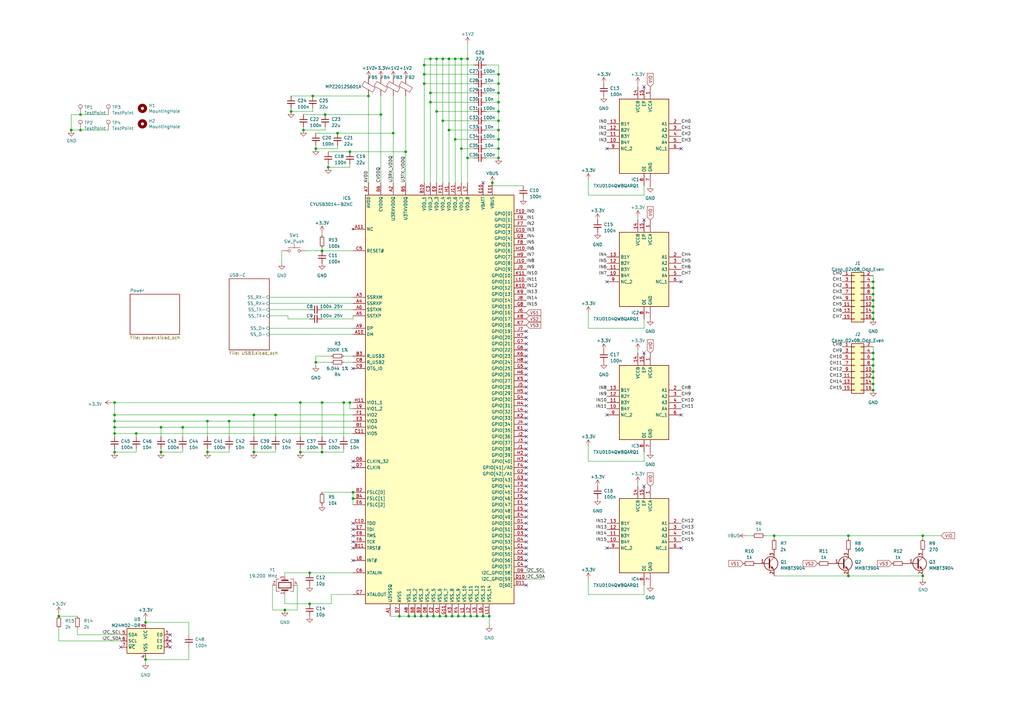
<source format=kicad_sch>
(kicad_sch (version 20230121) (generator eeschema)
  (paper "A3")
  (junction (at 33.02 46.99))
  (junction (at 189.23 24.13))
  (junction (at 129.54 60.96))
  (junction (at 180.34 252.73))
  (junction (at 204.47 64.77))
  (junction (at 46.99 177.8))
  (junction (at 144.78 201.93))
  (junction (at 204.47 45.72))
  (junction (at 204.47 57.15))
  (junction (at 144.78 204.47))
  (junction (at 124.46 53.34))
  (junction (at 195.58 252.73))
  (junction (at 104.14 170.18))
  (junction (at 123.19 165.1))
  (junction (at 358.14 123.19))
  (junction (at 33.02 53.34))
  (junction (at 59.69 270.51))
  (junction (at 179.07 24.13))
  (junction (at 204.47 38.1))
  (junction (at 66.04 175.26))
  (junction (at 24.13 252.73))
  (junction (at 176.53 38.1))
  (junction (at 176.53 41.91))
  (junction (at 85.09 185.42))
  (junction (at 358.14 144.78))
  (junction (at 358.14 149.86))
  (junction (at 163.83 252.73))
  (junction (at 358.14 120.65))
  (junction (at 29.21 53.34))
  (junction (at 151.13 39.37))
  (junction (at 167.64 252.73))
  (junction (at 123.19 185.42))
  (junction (at 186.69 57.15))
  (junction (at 358.14 130.81))
  (junction (at 134.62 68.58))
  (junction (at 185.42 252.73))
  (junction (at 161.29 54.61))
  (junction (at 132.08 185.42))
  (junction (at 186.69 24.13))
  (junction (at 181.61 49.53))
  (junction (at 172.72 252.73))
  (junction (at 46.99 172.72))
  (junction (at 358.14 128.27))
  (junction (at 173.99 34.29))
  (junction (at 358.14 115.57))
  (junction (at 132.08 165.1))
  (junction (at 46.99 185.42))
  (junction (at 179.07 45.72))
  (junction (at 59.69 255.27))
  (junction (at 66.04 185.42))
  (junction (at 128.27 39.37))
  (junction (at 85.09 172.72))
  (junction (at 358.14 154.94))
  (junction (at 55.88 177.8))
  (junction (at 127 247.65))
  (junction (at 358.14 118.11))
  (junction (at 170.18 252.73))
  (junction (at 46.99 165.1))
  (junction (at 204.47 30.48))
  (junction (at 182.88 252.73))
  (junction (at 358.14 160.02))
  (junction (at 358.14 147.32))
  (junction (at 181.61 24.13))
  (junction (at 204.47 53.34))
  (junction (at 378.46 236.22))
  (junction (at 143.51 165.1))
  (junction (at 132.08 102.87))
  (junction (at 198.12 252.73))
  (junction (at 193.04 252.73))
  (junction (at 378.46 219.71))
  (junction (at 166.37 62.23))
  (junction (at 200.66 252.73))
  (junction (at 204.47 49.53))
  (junction (at 184.15 24.13))
  (junction (at 189.23 60.96))
  (junction (at 204.47 34.29))
  (junction (at 46.99 175.26))
  (junction (at 358.14 152.4))
  (junction (at 173.99 30.48))
  (junction (at 133.35 46.99))
  (junction (at 317.5 219.71))
  (junction (at 74.93 175.26))
  (junction (at 116.84 250.19))
  (junction (at 140.97 165.1))
  (junction (at 204.47 60.96))
  (junction (at 138.43 54.61))
  (junction (at 173.99 26.67))
  (junction (at 143.51 62.23))
  (junction (at 358.14 125.73))
  (junction (at 204.47 41.91))
  (junction (at 175.26 252.73))
  (junction (at 191.77 64.77))
  (junction (at 176.53 24.13))
  (junction (at 156.21 46.99))
  (junction (at 104.14 185.42))
  (junction (at 191.77 24.13))
  (junction (at 119.38 45.72))
  (junction (at 113.03 170.18))
  (junction (at 190.5 252.73))
  (junction (at 46.99 170.18))
  (junction (at 177.8 252.73))
  (junction (at 358.14 157.48))
  (junction (at 184.15 53.34))
  (junction (at 187.96 252.73))
  (junction (at 129.54 148.59))
  (junction (at 201.93 74.93))
  (junction (at 347.98 236.22))
  (junction (at 347.98 219.71))
  (junction (at 127 234.95))
  (junction (at 93.98 172.72))
  (no_connect (at 144.78 217.17))
  (no_connect (at 215.9 191.77))
  (no_connect (at 215.9 194.31))
  (no_connect (at 215.9 181.61))
  (no_connect (at 215.9 219.71))
  (no_connect (at 215.9 227.33))
  (no_connect (at 215.9 135.89))
  (no_connect (at 198.12 74.93))
  (no_connect (at 215.9 212.09))
  (no_connect (at 215.9 151.13))
  (no_connect (at 215.9 168.91))
  (no_connect (at 215.9 189.23))
  (no_connect (at 215.9 222.25))
  (no_connect (at 279.4 115.57))
  (no_connect (at 69.85 260.35))
  (no_connect (at 69.85 265.43))
  (no_connect (at 248.92 170.18))
  (no_connect (at 215.9 171.45))
  (no_connect (at 215.9 179.07))
  (no_connect (at 215.9 240.03))
  (no_connect (at 144.78 214.63))
  (no_connect (at 215.9 158.75))
  (no_connect (at 264.16 90.17))
  (no_connect (at 215.9 166.37))
  (no_connect (at 215.9 173.99))
  (no_connect (at 264.16 35.56))
  (no_connect (at 215.9 153.67))
  (no_connect (at 279.4 60.96))
  (no_connect (at 215.9 140.97))
  (no_connect (at 264.16 144.78))
  (no_connect (at 215.9 217.17))
  (no_connect (at 215.9 176.53))
  (no_connect (at 215.9 161.29))
  (no_connect (at 215.9 207.01))
  (no_connect (at 69.85 262.89))
  (no_connect (at 215.9 143.51))
  (no_connect (at 144.78 224.79))
  (no_connect (at 215.9 229.87))
  (no_connect (at 144.78 189.23))
  (no_connect (at 215.9 196.85))
  (no_connect (at 215.9 232.41))
  (no_connect (at 279.4 224.79))
  (no_connect (at 215.9 138.43))
  (no_connect (at 215.9 156.21))
  (no_connect (at 215.9 148.59))
  (no_connect (at 144.78 151.13))
  (no_connect (at 215.9 184.15))
  (no_connect (at 215.9 186.69))
  (no_connect (at 144.78 229.87))
  (no_connect (at 144.78 219.71))
  (no_connect (at 248.92 115.57))
  (no_connect (at 215.9 201.93))
  (no_connect (at 215.9 204.47))
  (no_connect (at 279.4 170.18))
  (no_connect (at 248.92 60.96))
  (no_connect (at 215.9 209.55))
  (no_connect (at 215.9 224.79))
  (no_connect (at 215.9 163.83))
  (no_connect (at 144.78 222.25))
  (no_connect (at 248.92 224.79))
  (no_connect (at 215.9 199.39))
  (no_connect (at 264.16 199.39))
  (no_connect (at 215.9 146.05))
  (no_connect (at 49.53 265.43))
  (no_connect (at 215.9 214.63))
  (no_connect (at 144.78 191.77))
  (wire (pts (xy 358.14 144.78) (xy 358.14 147.32)))
  (wire (pts (xy 46.99 172.72) (xy 85.09 172.72)))
  (wire (pts (xy 187.96 252.73) (xy 190.5 252.73)))
  (wire (pts (xy 128.27 45.72) (xy 128.27 44.45)))
  (wire (pts (xy 264.16 130.81) (xy 264.16 134.62)))
  (wire (pts (xy 172.72 252.73) (xy 175.26 252.73)))
  (wire (pts (xy 199.39 30.48) (xy 204.47 30.48)))
  (wire (pts (xy 166.37 39.37) (xy 166.37 62.23)))
  (wire (pts (xy 173.99 30.48) (xy 194.31 30.48)))
  (wire (pts (xy 199.39 41.91) (xy 204.47 41.91)))
  (wire (pts (xy 204.47 45.72) (xy 204.47 49.53)))
  (wire (pts (xy 241.3 128.27) (xy 241.3 134.62)))
  (wire (pts (xy 44.45 46.99) (xy 33.02 46.99)))
  (wire (pts (xy 110.49 127) (xy 127 127)))
  (wire (pts (xy 110.49 134.62) (xy 144.78 134.62)))
  (wire (pts (xy 128.27 39.37) (xy 151.13 39.37)))
  (wire (pts (xy 317.5 236.22) (xy 347.98 236.22)))
  (wire (pts (xy 176.53 41.91) (xy 176.53 74.93)))
  (wire (pts (xy 190.5 252.73) (xy 193.04 252.73)))
  (wire (pts (xy 123.19 165.1) (xy 132.08 165.1)))
  (wire (pts (xy 132.08 102.87) (xy 144.78 102.87)))
  (wire (pts (xy 347.98 219.71) (xy 347.98 220.98)))
  (wire (pts (xy 194.31 53.34) (xy 184.15 53.34)))
  (wire (pts (xy 116.84 247.65) (xy 116.84 243.84)))
  (wire (pts (xy 173.99 24.13) (xy 173.99 26.67)))
  (wire (pts (xy 198.12 252.73) (xy 200.66 252.73)))
  (wire (pts (xy 176.53 24.13) (xy 173.99 24.13)))
  (wire (pts (xy 104.14 170.18) (xy 104.14 179.07)))
  (wire (pts (xy 358.14 157.48) (xy 358.14 160.02)))
  (wire (pts (xy 144.78 204.47) (xy 144.78 207.01)))
  (wire (pts (xy 140.97 185.42) (xy 140.97 184.15)))
  (wire (pts (xy 104.14 170.18) (xy 113.03 170.18)))
  (wire (pts (xy 204.47 34.29) (xy 204.47 38.1)))
  (wire (pts (xy 143.51 62.23) (xy 166.37 62.23)))
  (wire (pts (xy 129.54 60.96) (xy 129.54 59.69)))
  (wire (pts (xy 173.99 26.67) (xy 194.31 26.67)))
  (wire (pts (xy 110.49 137.16) (xy 144.78 137.16)))
  (wire (pts (xy 46.99 177.8) (xy 46.99 175.26)))
  (wire (pts (xy 180.34 252.73) (xy 182.88 252.73)))
  (wire (pts (xy 144.78 201.93) (xy 132.08 201.93)))
  (wire (pts (xy 189.23 24.13) (xy 186.69 24.13)))
  (wire (pts (xy 129.54 148.59) (xy 135.89 148.59)))
  (wire (pts (xy 241.3 73.66) (xy 241.3 80.01)))
  (wire (pts (xy 179.07 45.72) (xy 194.31 45.72)))
  (wire (pts (xy 140.97 185.42) (xy 132.08 185.42)))
  (wire (pts (xy 129.54 148.59) (xy 129.54 149.86)))
  (wire (pts (xy 132.08 127) (xy 144.78 127)))
  (wire (pts (xy 195.58 252.73) (xy 198.12 252.73)))
  (wire (pts (xy 121.92 240.03) (xy 121.92 250.19)))
  (wire (pts (xy 33.02 46.99) (xy 29.21 46.99)))
  (wire (pts (xy 46.99 175.26) (xy 46.99 172.72)))
  (wire (pts (xy 138.43 60.96) (xy 138.43 59.69)))
  (wire (pts (xy 138.43 54.61) (xy 161.29 54.61)))
  (wire (pts (xy 119.38 39.37) (xy 128.27 39.37)))
  (wire (pts (xy 199.39 26.67) (xy 204.47 26.67)))
  (wire (pts (xy 200.66 252.73) (xy 200.66 256.54)))
  (wire (pts (xy 24.13 262.89) (xy 49.53 262.89)))
  (wire (pts (xy 93.98 184.15) (xy 93.98 185.42)))
  (wire (pts (xy 125.73 102.87) (xy 132.08 102.87)))
  (wire (pts (xy 378.46 219.71) (xy 378.46 220.98)))
  (wire (pts (xy 186.69 24.13) (xy 184.15 24.13)))
  (wire (pts (xy 66.04 185.42) (xy 66.04 184.15)))
  (wire (pts (xy 74.93 185.42) (xy 66.04 185.42)))
  (wire (pts (xy 140.97 148.59) (xy 144.78 148.59)))
  (wire (pts (xy 46.99 165.1) (xy 123.19 165.1)))
  (wire (pts (xy 177.8 252.73) (xy 180.34 252.73)))
  (wire (pts (xy 55.88 184.15) (xy 55.88 185.42)))
  (wire (pts (xy 176.53 38.1) (xy 194.31 38.1)))
  (wire (pts (xy 59.69 270.51) (xy 59.69 271.78)))
  (wire (pts (xy 181.61 49.53) (xy 194.31 49.53)))
  (wire (pts (xy 176.53 41.91) (xy 194.31 41.91)))
  (wire (pts (xy 74.93 184.15) (xy 74.93 185.42)))
  (wire (pts (xy 184.15 24.13) (xy 181.61 24.13)))
  (wire (pts (xy 24.13 257.81) (xy 24.13 262.89)))
  (wire (pts (xy 33.02 53.34) (xy 44.45 53.34)))
  (wire (pts (xy 181.61 24.13) (xy 179.07 24.13)))
  (wire (pts (xy 186.69 57.15) (xy 186.69 74.93)))
  (wire (pts (xy 110.49 124.46) (xy 144.78 124.46)))
  (wire (pts (xy 199.39 38.1) (xy 204.47 38.1)))
  (wire (pts (xy 306.07 219.71) (xy 308.61 219.71)))
  (wire (pts (xy 378.46 219.71) (xy 386.08 219.71)))
  (wire (pts (xy 358.14 125.73) (xy 358.14 128.27)))
  (wire (pts (xy 138.43 60.96) (xy 129.54 60.96)))
  (wire (pts (xy 143.51 165.1) (xy 144.78 165.1)))
  (wire (pts (xy 184.15 24.13) (xy 184.15 53.34)))
  (wire (pts (xy 124.46 53.34) (xy 124.46 52.07)))
  (wire (pts (xy 264.16 76.2) (xy 264.16 80.01)))
  (wire (pts (xy 199.39 45.72) (xy 204.47 45.72)))
  (wire (pts (xy 199.39 57.15) (xy 204.47 57.15)))
  (wire (pts (xy 358.14 115.57) (xy 358.14 118.11)))
  (wire (pts (xy 204.47 49.53) (xy 204.47 53.34)))
  (wire (pts (xy 123.19 185.42) (xy 123.19 184.15)))
  (wire (pts (xy 173.99 34.29) (xy 173.99 74.93)))
  (wire (pts (xy 347.98 219.71) (xy 378.46 219.71)))
  (wire (pts (xy 132.08 165.1) (xy 140.97 165.1)))
  (wire (pts (xy 46.99 170.18) (xy 46.99 165.1)))
  (wire (pts (xy 113.03 170.18) (xy 144.78 170.18)))
  (wire (pts (xy 264.16 240.03) (xy 264.16 243.84)))
  (wire (pts (xy 378.46 236.22) (xy 378.46 237.49)))
  (wire (pts (xy 179.07 24.13) (xy 179.07 45.72)))
  (wire (pts (xy 170.18 252.73) (xy 172.72 252.73)))
  (wire (pts (xy 163.83 252.73) (xy 167.64 252.73)))
  (wire (pts (xy 358.14 142.24) (xy 358.14 144.78)))
  (wire (pts (xy 116.84 234.95) (xy 116.84 236.22)))
  (wire (pts (xy 116.84 247.65) (xy 127 247.65)))
  (wire (pts (xy 66.04 175.26) (xy 74.93 175.26)))
  (wire (pts (xy 85.09 172.72) (xy 93.98 172.72)))
  (wire (pts (xy 129.54 54.61) (xy 138.43 54.61)))
  (wire (pts (xy 59.69 255.27) (xy 77.47 255.27)))
  (wire (pts (xy 199.39 49.53) (xy 204.47 49.53)))
  (wire (pts (xy 113.03 170.18) (xy 113.03 179.07)))
  (wire (pts (xy 264.16 134.62) (xy 241.3 134.62)))
  (wire (pts (xy 143.51 68.58) (xy 143.51 67.31)))
  (wire (pts (xy 132.08 185.42) (xy 123.19 185.42)))
  (wire (pts (xy 358.14 118.11) (xy 358.14 120.65)))
  (wire (pts (xy 261.62 88.9) (xy 261.62 90.17)))
  (wire (pts (xy 74.93 175.26) (xy 144.78 175.26)))
  (wire (pts (xy 93.98 172.72) (xy 144.78 172.72)))
  (wire (pts (xy 31.75 257.81) (xy 31.75 260.35)))
  (wire (pts (xy 179.07 24.13) (xy 176.53 24.13)))
  (wire (pts (xy 204.47 38.1) (xy 204.47 41.91)))
  (wire (pts (xy 204.47 60.96) (xy 204.47 64.77)))
  (wire (pts (xy 46.99 177.8) (xy 55.88 177.8)))
  (wire (pts (xy 135.89 247.65) (xy 135.89 243.84)))
  (wire (pts (xy 204.47 53.34) (xy 204.47 57.15)))
  (wire (pts (xy 358.14 113.03) (xy 358.14 115.57)))
  (wire (pts (xy 181.61 49.53) (xy 181.61 74.93)))
  (wire (pts (xy 134.62 62.23) (xy 143.51 62.23)))
  (wire (pts (xy 317.5 219.71) (xy 317.5 220.98)))
  (wire (pts (xy 358.14 154.94) (xy 358.14 157.48)))
  (wire (pts (xy 191.77 24.13) (xy 191.77 64.77)))
  (wire (pts (xy 113.03 185.42) (xy 113.03 184.15)))
  (wire (pts (xy 189.23 24.13) (xy 189.23 60.96)))
  (wire (pts (xy 121.92 250.19) (xy 116.84 250.19)))
  (wire (pts (xy 193.04 252.73) (xy 195.58 252.73)))
  (wire (pts (xy 191.77 24.13) (xy 189.23 24.13)))
  (wire (pts (xy 104.14 185.42) (xy 104.14 184.15)))
  (wire (pts (xy 24.13 251.46) (xy 24.13 252.73)))
  (wire (pts (xy 166.37 62.23) (xy 166.37 74.93)))
  (wire (pts (xy 46.99 175.26) (xy 66.04 175.26)))
  (wire (pts (xy 173.99 26.67) (xy 173.99 30.48)))
  (wire (pts (xy 264.16 189.23) (xy 241.3 189.23)))
  (wire (pts (xy 156.21 39.37) (xy 156.21 46.99)))
  (wire (pts (xy 140.97 165.1) (xy 143.51 165.1)))
  (wire (pts (xy 55.88 177.8) (xy 55.88 179.07)))
  (wire (pts (xy 358.14 123.19) (xy 358.14 125.73)))
  (wire (pts (xy 115.57 102.87) (xy 115.57 107.95)))
  (wire (pts (xy 264.16 185.42) (xy 264.16 189.23)))
  (wire (pts (xy 127 130.81) (xy 118.11 130.81)))
  (wire (pts (xy 59.69 254) (xy 59.69 255.27)))
  (wire (pts (xy 173.99 30.48) (xy 173.99 34.29)))
  (wire (pts (xy 24.13 252.73) (xy 31.75 252.73)))
  (wire (pts (xy 358.14 128.27) (xy 358.14 130.81)))
  (wire (pts (xy 156.21 46.99) (xy 156.21 74.93)))
  (wire (pts (xy 128.27 45.72) (xy 119.38 45.72)))
  (wire (pts (xy 358.14 147.32) (xy 358.14 149.86)))
  (wire (pts (xy 132.08 95.25) (xy 132.08 96.52)))
  (wire (pts (xy 85.09 172.72) (xy 85.09 179.07)))
  (wire (pts (xy 111.76 250.19) (xy 116.84 250.19)))
  (wire (pts (xy 124.46 46.99) (xy 133.35 46.99)))
  (wire (pts (xy 264.16 80.01) (xy 241.3 80.01)))
  (wire (pts (xy 176.53 24.13) (xy 176.53 38.1)))
  (wire (pts (xy 199.39 64.77) (xy 204.47 64.77)))
  (wire (pts (xy 144.78 201.93) (xy 144.78 204.47)))
  (wire (pts (xy 29.21 53.34) (xy 33.02 53.34)))
  (wire (pts (xy 127 234.95) (xy 116.84 234.95)))
  (wire (pts (xy 261.62 143.51) (xy 261.62 144.78)))
  (wire (pts (xy 358.14 152.4) (xy 358.14 154.94)))
  (wire (pts (xy 140.97 146.05) (xy 144.78 146.05)))
  (wire (pts (xy 179.07 45.72) (xy 179.07 74.93)))
  (wire (pts (xy 129.54 146.05) (xy 129.54 148.59)))
  (wire (pts (xy 134.62 68.58) (xy 134.62 67.31)))
  (wire (pts (xy 132.08 184.15) (xy 132.08 185.42)))
  (wire (pts (xy 261.62 34.29) (xy 261.62 35.56)))
  (wire (pts (xy 140.97 165.1) (xy 140.97 179.07)))
  (wire (pts (xy 118.11 129.54) (xy 110.49 129.54)))
  (wire (pts (xy 151.13 39.37) (xy 151.13 74.93)))
  (wire (pts (xy 31.75 260.35) (xy 49.53 260.35)))
  (wire (pts (xy 358.14 120.65) (xy 358.14 123.19)))
  (wire (pts (xy 175.26 252.73) (xy 177.8 252.73)))
  (wire (pts (xy 358.14 149.86) (xy 358.14 152.4)))
  (wire (pts (xy 199.39 53.34) (xy 204.47 53.34)))
  (wire (pts (xy 204.47 57.15) (xy 204.47 60.96)))
  (wire (pts (xy 123.19 165.1) (xy 123.19 179.07)))
  (wire (pts (xy 223.52 237.49) (xy 215.9 237.49)))
  (wire (pts (xy 160.02 252.73) (xy 163.83 252.73)))
  (wire (pts (xy 132.08 179.07) (xy 132.08 165.1)))
  (wire (pts (xy 184.15 53.34) (xy 184.15 74.93)))
  (wire (pts (xy 66.04 175.26) (xy 66.04 179.07)))
  (wire (pts (xy 223.52 234.95) (xy 215.9 234.95)))
  (wire (pts (xy 181.61 24.13) (xy 181.61 49.53)))
  (wire (pts (xy 133.35 53.34) (xy 124.46 53.34)))
  (wire (pts (xy 132.08 101.6) (xy 132.08 102.87)))
  (wire (pts (xy 46.99 177.8) (xy 46.99 179.07)))
  (wire (pts (xy 199.39 60.96) (xy 204.47 60.96)))
  (wire (pts (xy 45.72 165.1) (xy 46.99 165.1)))
  (wire (pts (xy 199.39 34.29) (xy 204.47 34.29)))
  (wire (pts (xy 176.53 38.1) (xy 176.53 41.91)))
  (wire (pts (xy 189.23 60.96) (xy 189.23 74.93)))
  (wire (pts (xy 241.3 182.88) (xy 241.3 189.23)))
  (wire (pts (xy 144.78 234.95) (xy 127 234.95)))
  (wire (pts (xy 191.77 64.77) (xy 191.77 74.93)))
  (wire (pts (xy 317.5 219.71) (xy 347.98 219.71)))
  (wire (pts (xy 133.35 53.34) (xy 133.35 52.07)))
  (wire (pts (xy 173.99 34.29) (xy 194.31 34.29)))
  (wire (pts (xy 59.69 270.51) (xy 77.47 270.51)))
  (wire (pts (xy 133.35 46.99) (xy 156.21 46.99)))
  (wire (pts (xy 185.42 252.73) (xy 187.96 252.73)))
  (wire (pts (xy 167.64 252.73) (xy 170.18 252.73)))
  (wire (pts (xy 143.51 68.58) (xy 134.62 68.58)))
  (wire (pts (xy 201.93 76.2) (xy 214.63 76.2)))
  (wire (pts (xy 347.98 236.22) (xy 378.46 236.22)))
  (wire (pts (xy 144.78 130.81) (xy 132.08 130.81)))
  (wire (pts (xy 191.77 17.78) (xy 191.77 24.13)))
  (wire (pts (xy 74.93 175.26) (xy 74.93 179.07)))
  (wire (pts (xy 182.88 252.73) (xy 185.42 252.73)))
  (wire (pts (xy 191.77 64.77) (xy 194.31 64.77)))
  (wire (pts (xy 93.98 185.42) (xy 85.09 185.42)))
  (wire (pts (xy 46.99 172.72) (xy 46.99 170.18)))
  (wire (pts (xy 144.78 129.54) (xy 144.78 130.81)))
  (wire (pts (xy 313.69 219.71) (xy 317.5 219.71)))
  (wire (pts (xy 144.78 167.64) (xy 143.51 167.64)))
  (wire (pts (xy 261.62 198.12) (xy 261.62 199.39)))
  (wire (pts (xy 55.88 177.8) (xy 144.78 177.8)))
  (wire (pts (xy 46.99 170.18) (xy 104.14 170.18)))
  (wire (pts (xy 119.38 45.72) (xy 119.38 44.45)))
  (wire (pts (xy 46.99 185.42) (xy 46.99 184.15)))
  (wire (pts (xy 204.47 41.91) (xy 204.47 45.72)))
  (wire (pts (xy 204.47 26.67) (xy 204.47 30.48)))
  (wire (pts (xy 201.93 76.2) (xy 201.93 74.93)))
  (wire (pts (xy 55.88 185.42) (xy 46.99 185.42)))
  (wire (pts (xy 110.49 121.92) (xy 144.78 121.92)))
  (wire (pts (xy 118.11 130.81) (xy 118.11 129.54)))
  (wire (pts (xy 143.51 167.64) (xy 143.51 165.1)))
  (wire (pts (xy 127 247.65) (xy 135.89 247.65)))
  (wire (pts (xy 29.21 46.99) (xy 29.21 53.34)))
  (wire (pts (xy 264.16 243.84) (xy 241.3 243.84)))
  (wire (pts (xy 93.98 172.72) (xy 93.98 179.07)))
  (wire (pts (xy 186.69 57.15) (xy 194.31 57.15)))
  (wire (pts (xy 204.47 30.48) (xy 204.47 34.29)))
  (wire (pts (xy 77.47 255.27) (xy 77.47 260.35)))
  (wire (pts (xy 186.69 24.13) (xy 186.69 57.15)))
  (wire (pts (xy 111.76 240.03) (xy 111.76 250.19)))
  (wire (pts (xy 189.23 60.96) (xy 194.31 60.96)))
  (wire (pts (xy 85.09 185.42) (xy 85.09 184.15)))
  (wire (pts (xy 241.3 237.49) (xy 241.3 243.84)))
  (wire (pts (xy 135.89 146.05) (xy 129.54 146.05)))
  (wire (pts (xy 113.03 185.42) (xy 104.14 185.42)))
  (wire (pts (xy 77.47 270.51) (xy 77.47 265.43)))
  (wire (pts (xy 161.29 54.61) (xy 161.29 74.93)))
  (wire (pts (xy 161.29 39.37) (xy 161.29 54.61)))
  (wire (pts (xy 135.89 243.84) (xy 144.78 243.84)))
  (label "CH1" (at 279.4 53.34 0))
  (label "I2C_SCL" (at 223.52 234.95 180))
  (label "CH3" (at 345.44 120.65 180))
  (label "IN11" (at 248.92 167.64 180))
  (label "IN13" (at 248.92 217.17 180))
  (label "IN8" (at 215.9 107.95 0))
  (label "IN10" (at 215.9 113.03 0))
  (label "CVDDQ" (at 156.21 74.93 90))
  (label "CH10" (at 345.44 147.32 180))
  (label "IN4" (at 215.9 97.79 0))
  (label "IN10" (at 248.92 165.1 180))
  (label "IN15" (at 248.92 222.25 180))
  (label "CH11" (at 345.44 149.86 180))
  (label "U3TX_VDDQ" (at 166.37 74.93 90))
  (label "CH1" (at 345.44 115.57 180))
  (label "IN2" (at 215.9 92.71 0))
  (label "CH8" (at 345.44 142.24 180))
  (label "CH11" (at 279.4 167.64 0))
  (label "IN3" (at 215.9 95.25 0))
  (label "IN1" (at 215.9 90.17 0))
  (label "IN6" (at 215.9 102.87 0))
  (label "IN2" (at 248.92 55.88 180))
  (label "AVDD" (at 151.13 74.93 90))
  (label "CH6" (at 345.44 128.27 180))
  (label "IN5" (at 248.92 107.95 180))
  (label "IN4" (at 248.92 105.41 180))
  (label "IN11" (at 215.9 115.57 0))
  (label "IN7" (at 215.9 105.41 0))
  (label "IN14" (at 215.9 123.19 0))
  (label "IN0" (at 215.9 87.63 0))
  (label "IN13" (at 215.9 120.65 0))
  (label "CH2" (at 345.44 118.11 180))
  (label "CH10" (at 279.4 165.1 0))
  (label "CH14" (at 345.44 157.48 180))
  (label "CH15" (at 345.44 160.02 180))
  (label "IN7" (at 248.92 113.03 180))
  (label "IN9" (at 248.92 162.56 180))
  (label "IN15" (at 215.9 125.73 0))
  (label "CH0" (at 345.44 113.03 180))
  (label "CH14" (at 279.4 219.71 0))
  (label "U3RX_VDDQ" (at 161.29 74.93 90))
  (label "CH6" (at 279.4 110.49 0))
  (label "CH3" (at 279.4 58.42 0))
  (label "IN12" (at 215.9 118.11 0))
  (label "CH9" (at 279.4 162.56 0))
  (label "CH15" (at 279.4 222.25 0))
  (label "IN8" (at 248.92 160.02 180))
  (label "I2C_SDA" (at 41.91 262.89 0))
  (label "CH5" (at 279.4 107.95 0))
  (label "IN3" (at 248.92 58.42 180))
  (label "IN0" (at 248.92 50.8 180))
  (label "CH8" (at 279.4 160.02 0))
  (label "IN5" (at 215.9 100.33 0))
  (label "IN12" (at 248.92 214.63 180))
  (label "IN9" (at 215.9 110.49 0))
  (label "IN14" (at 248.92 219.71 180))
  (label "CH13" (at 279.4 217.17 0))
  (label "CH2" (at 279.4 55.88 0))
  (label "I2C_SCL" (at 41.91 260.35 0))
  (label "CH12" (at 279.4 214.63 0))
  (label "CH12" (at 345.44 152.4 180))
  (label "CH9" (at 345.44 144.78 180))
  (label "CH7" (at 345.44 130.81 180))
  (label "CH0" (at 279.4 50.8 0))
  (label "CH4" (at 345.44 123.19 180))
  (label "CH4" (at 279.4 105.41 0))
  (label "CH7" (at 279.4 113.03 0))
  (label "CH13" (at 345.44 154.94 180))
  (label "I2C_SDA" (at 223.52 237.49 180))
  (label "IN6" (at 248.92 110.49 180))
  (label "CH5" (at 345.44 125.73 180))
  (label "IN1" (at 248.92 53.34 180))
  (global_label "VIO" (shape input) (at 266.7 35.56 90) (property "Intersheetrefs" "${INTERSHEET_REFS}" (effects hide)))
  (global_label "VS3" (shape input) (at 365.76 231.14 180) (property "Intersheetrefs" "${INTERSHEET_REFS}" (effects hide)))
  (global_label "VS1" (shape input) (at 304.8 231.14 180) (property "Intersheetrefs" "${INTERSHEET_REFS}" (effects hide)))
  (global_label "VS2" (shape input) (at 335.28 231.14 180) (property "Intersheetrefs" "${INTERSHEET_REFS}" (effects hide)))
  (global_label "VIO" (shape input) (at 266.7 90.17 90) (property "Intersheetrefs" "${INTERSHEET_REFS}" (effects hide)))
  (global_label "VIO" (shape input) (at 266.7 144.78 90) (property "Intersheetrefs" "${INTERSHEET_REFS}" (effects hide)))
  (global_label "VS1" (shape input) (at 215.9 128.27 0) (property "Intersheetrefs" "${INTERSHEET_REFS}" (effects hide)))
  (global_label "VS2" (shape input) (at 215.9 130.81 0) (property "Intersheetrefs" "${INTERSHEET_REFS}" (effects hide)))
  (global_label "VIO" (shape input) (at 386.08 219.71 0) (property "Intersheetrefs" "${INTERSHEET_REFS}" (effects hide)))
  (global_label "VS3" (shape input) (at 215.9 133.35 0) (property "Intersheetrefs" "${INTERSHEET_REFS}" (effects hide)))
  (global_label "VIO" (shape input) (at 266.7 199.39 90) (property "Intersheetrefs" "${INTERSHEET_REFS}" (effects hide)))
  (symbol (lib_id "power:+1V2") (at 191.77 17.78 0) (unit 1)
    (property "Reference" "#PWR061" (effects hide))
    (property "Value" "+1V2" (at 191.77 13.97 0))
  )
  (symbol (lib_id "Device:C_Small") (at 55.88 181.61 0) (unit 1)
    (property "Reference" "C46" (at 58.42 180.9813 0) (effects (justify left)))
    (property "Value" "10n" (at 58.42 183.5213 0) (effects (justify left)))
    (property "Footprint" "Capacitor_SMD:C_0402_1005Metric" (effects hide))
  )
  (symbol (lib_id "power:GND") (at 266.7 130.81 0) (unit 1)
    (property "Reference" "#PWR014" (effects hide))
    (property "Value" "GND" (at 266.7 135.89 0))
  )
  (symbol (lib_id "Device:C_Small") (at 104.14 181.61 0) (unit 1)
    (property "Reference" "C39" (at 106.68 180.9813 0) (effects (justify left)))
    (property "Value" "100n" (at 106.68 183.5213 0) (effects (justify left)))
    (property "Footprint" "Capacitor_SMD:C_0402_1005Metric" (effects hide))
  )
  (symbol (lib_id "Device:C_Small") (at 196.85 38.1 90) (unit 1)
    (property "Reference" "C29" (at 194.31 36.83 90))
    (property "Value" "100n" (at 200.66 36.83 90))
    (property "Footprint" "Capacitor_SMD:C_0402_1005Metric" (effects hide))
  )
  (symbol (lib_id "Device:C_Small") (at 119.38 41.91 0) (unit 1)
    (property "Reference" "C24" (at 121.92 41.2813 0) (effects (justify left)))
    (property "Value" "100n" (at 121.92 43.8213 0) (effects (justify left)))
    (property "Footprint" "Capacitor_SMD:C_0402_1005Metric" (effects hide))
  )
  (symbol (lib_id "Device:C_Small") (at 196.85 30.48 90) (unit 1)
    (property "Reference" "C27" (at 194.31 29.21 90))
    (property "Value" "100n" (at 200.66 29.21 90))
    (property "Footprint" "Capacitor_SMD:C_0402_1005Metric" (effects hide))
  )
  (symbol (lib_id "Device:R_Small") (at 378.46 223.52 0) (unit 1)
    (property "Reference" "R9" (at 381 222.885 0) (effects (justify left)))
    (property "Value" "270" (at 381 225.425 0) (effects (justify left)))
    (property "Footprint" "Resistor_SMD:R_0402_1005Metric" (effects hide))
  )
  (symbol (lib_id "power:GND") (at 132.08 107.95 0) (unit 1)
    (property "Reference" "#PWR046" (effects hide))
    (property "Value" "GND" (at 132.08 113.03 0))
  )
  (symbol (lib_id "power:+3.3V") (at 261.62 34.29 0) (unit 1)
    (property "Reference" "#PWR037" (effects hide))
    (property "Value" "+3.3V" (at 261.62 30.48 0))
  )
  (symbol (lib_id "Device:C_Small") (at 113.03 181.61 0) (unit 1)
    (property "Reference" "C40" (at 115.57 180.9813 0) (effects (justify left)))
    (property "Value" "10n" (at 115.57 183.5213 0) (effects (justify left)))
    (property "Footprint" "Capacitor_SMD:C_0402_1005Metric" (effects hide))
  )
  (symbol (lib_id "Device:C_Small") (at 196.85 60.96 90) (unit 1)
    (property "Reference" "C35" (at 194.31 59.69 90))
    (property "Value" "10n" (at 200.66 59.69 90))
    (property "Footprint" "Capacitor_SMD:C_0402_1005Metric" (effects hide))
  )
  (symbol (lib_id "Device:C_Small") (at 127 237.49 0) (unit 1)
    (property "Reference" "C12" (at 129.54 236.8613 0) (effects (justify left)))
    (property "Value" "10p" (at 129.54 239.4013 0) (effects (justify left)))
    (property "Footprint" "Capacitor_SMD:C_0402_1005Metric" (effects hide))
  )
  (symbol (lib_id "TXU0104QWBQARQ1:TXU0104QWBQARQ1") (at 279.4 50.8 0) (mirror y) (unit 1)
    (property "Reference" "IC1" (at 262.2041 73.66 0) (effects (justify left)))
    (property "Value" "TXU0104QWBQARQ1" (at 262.2041 76.2 0) (effects (justify left)))
    (property "Footprint" "TXU0104:TXU0104QWBQARQ1" (effects hide))
    (property "Datasheet" "https://www.ti.com/lit/ds/symlink/txu0104-q1.pdf?HQS=dis-mous-null-mousermode-dsf-pf-null-wwe&ts=1678076196563&ref_url=https%253A%252F%252Fwww.mouser.in%252F" (effects hide))
    (property "Height" "0.8" (effects hide))
    (property "Manufacturer_Name" "Texas Instruments" (effects hide))
    (property "Manufacturer_Part_Number" "TXU0104QWBQARQ1" (effects hide))
    (property "Mouser Part Number" "595-TXU0104QWBQARQ1" (effects hide))
    (property "Mouser Price/Stock" "https://www.mouser.co.uk/ProductDetail/Texas-Instruments/TXU0104QWBQARQ1?qs=MyNHzdoqoQLxLExkSAGcJg%3D%3D" (effects hide))
    (property "Arrow Part Number" "TXU0104QWBQARQ1" (effects hide))
    (property "Arrow Price/Stock" "https://www.arrow.com/en/products/txu0104qwbqarq1/texas-instruments?region=nac" (effects hide))
    (property "lcsc" "C4354911" (effects hide))
  )
  (symbol (lib_id "Device:R_Small") (at 132.08 204.47 0) (unit 1)
    (property "Reference" "R5" (at 134.62 203.835 0) (effects (justify left)))
    (property "Value" "10k" (at 134.62 206.375 0) (effects (justify left)))
    (property "Footprint" "Resistor_SMD:R_0402_1005Metric" (effects hide))
  )
  (symbol (lib_id "Device:C_Small") (at 134.62 64.77 0) (unit 1)
    (property "Reference" "C18" (at 137.16 64.1413 0) (effects (justify left)))
    (property "Value" "100n" (at 137.16 66.6813 0) (effects (justify left)))
    (property "Footprint" "Capacitor_SMD:C_0402_1005Metric" (effects hide))
  )
  (symbol (lib_id "power:+3.3V") (at 247.65 34.29 0) (unit 1)
    (property "Reference" "#PWR036" (effects hide))
    (property "Value" "+3.3V" (at 247.65 30.48 0))
  )
  (symbol (lib_id "Device:C_Small") (at 140.97 181.61 0) (unit 1)
    (property "Reference" "C38" (at 143.51 180.9813 0) (effects (justify left)))
    (property "Value" "10n" (at 143.51 183.5213 0) (effects (justify left)))
    (property "Footprint" "Capacitor_SMD:C_0402_1005Metric" (effects hide))
  )
  (symbol (lib_id "power:GND") (at 200.66 256.54 0) (unit 1)
    (property "Reference" "#PWR052" (effects hide))
    (property "Value" "GND" (at 200.66 261.62 0))
  )
  (symbol (lib_id "Device:C_Small") (at 127 250.19 0) (unit 1)
    (property "Reference" "C14" (at 129.54 249.5613 0) (effects (justify left)))
    (property "Value" "10p" (at 129.54 252.1013 0) (effects (justify left)))
    (property "Footprint" "Capacitor_SMD:C_0402_1005Metric" (effects hide))
  )
  (symbol (lib_id "Device:C_Small") (at 66.04 181.61 0) (unit 1)
    (property "Reference" "C43" (at 68.58 180.9813 0) (effects (justify left)))
    (property "Value" "100n" (at 68.58 183.5213 0) (effects (justify left)))
    (property "Footprint" "Capacitor_SMD:C_0402_1005Metric" (effects hide))
  )
  (symbol (lib_id "Transistor_BJT:MMBT3904") (at 314.96 231.14 0) (unit 1)
    (property "Reference" "Q1" (at 320.04 230.505 0) (effects (justify left)))
    (property "Value" "MMBT3904" (at 320.04 233.045 0) (effects (justify left)))
    (property "Footprint" "Package_TO_SOT_SMD:SOT-23" (effects hide))
    (property "Datasheet" "https://www.onsemi.com/pub/Collateral/2N3903-D.PDF" (effects hide))
    (property "lcsc" "C20526" (effects hide))
  )
  (symbol (lib_id "Device:C_Small") (at 133.35 49.53 0) (unit 1)
    (property "Reference" "C23" (at 135.89 48.9013 0) (effects (justify left)))
    (property "Value" "22u" (at 135.89 51.4413 0) (effects (justify left)))
    (property "Footprint" "Capacitor_SMD:C_0603_1608Metric" (effects hide))
  )
  (symbol (lib_id "power:GND") (at 124.46 53.34 0) (unit 1)
    (property "Reference" "#PWR059" (effects hide))
    (property "Value" "GND" (effects hide))
  )
  (symbol (lib_id "Device:C_Small") (at 196.85 41.91 90) (unit 1)
    (property "Reference" "C30" (at 194.31 40.64 90))
    (property "Value" "10n" (at 200.66 40.64 90))
    (property "Footprint" "Capacitor_SMD:C_0402_1005Metric" (effects hide))
  )
  (symbol (lib_id "power:+3.3V") (at 241.3 128.27 0) (unit 1)
    (property "Reference" "#PWR015" (effects hide))
    (property "Value" "+3.3V" (at 241.3 124.46 0))
  )
  (symbol (lib_id "power:GND") (at 46.99 185.42 0) (unit 1)
    (property "Reference" "#PWR068" (effects hide))
    (property "Value" "GND" (effects hide))
  )
  (symbol (lib_id "Device:R_Small") (at 347.98 223.52 0) (unit 1)
    (property "Reference" "R8" (at 350.52 222.885 0) (effects (justify left)))
    (property "Value" "560" (at 350.52 225.425 0) (effects (justify left)))
    (property "Footprint" "Resistor_SMD:R_0402_1005Metric" (effects hide))
  )
  (symbol (lib_id "power:+3.3V") (at 241.3 182.88 0) (unit 1)
    (property "Reference" "#PWR029" (effects hide))
    (property "Value" "+3.3V" (at 241.3 179.07 0))
  )
  (symbol (lib_id "power:GND") (at 129.54 149.86 0) (unit 1)
    (property "Reference" "#PWR042" (effects hide))
    (property "Value" "GND" (at 129.54 154.94 0))
  )
  (symbol (lib_id "Transistor_BJT:MMBT3904") (at 375.92 231.14 0) (unit 1)
    (property "Reference" "Q3" (at 381 230.505 0) (effects (justify left)))
    (property "Value" "MMBT3904" (at 381 233.045 0) (effects (justify left)))
    (property "Footprint" "Package_TO_SOT_SMD:SOT-23" (effects hide))
    (property "Datasheet" "https://www.onsemi.com/pub/Collateral/2N3903-D.PDF" (effects hide))
    (property "lcsc" "C20526" (effects hide))
  )
  (symbol (lib_id "Device:C_Small") (at 214.63 78.74 0) (unit 1)
    (property "Reference" "C10" (at 217.17 78.1113 0) (effects (justify left)))
    (property "Value" "100n" (at 217.17 80.6513 0) (effects (justify left)))
    (property "Footprint" "Capacitor_SMD:C_0402_1005Metric" (effects hide))
  )
  (symbol (lib_id "power:GND") (at 247.65 39.37 0) (mirror y) (unit 1)
    (property "Reference" "#PWR026" (effects hide))
    (property "Value" "GND" (at 247.65 44.45 0))
  )
  (symbol (lib_id "power:+1V2") (at 166.37 31.75 0) (unit 1)
    (property "Reference" "#PWR055" (effects hide))
    (property "Value" "+1V2" (at 166.37 27.94 0))
  )
  (symbol (lib_id "power:+3.3V") (at 241.3 237.49 0) (unit 1)
    (property "Reference" "#PWR018" (effects hide))
    (property "Value" "+3.3V" (at 241.3 233.68 0))
  )
  (symbol (lib_id "power:+3.3V") (at 156.21 31.75 0) (unit 1)
    (property "Reference" "#PWR056" (effects hide))
    (property "Value" "+3.3V" (at 156.21 27.94 0))
  )
  (symbol (lib_id "power:GND") (at 115.57 107.95 0) (unit 1)
    (property "Reference" "#PWR048" (effects hide))
    (property "Value" "GND" (at 115.57 113.03 0))
  )
  (symbol (lib_id "Device:FerriteBead") (at 166.37 35.56 180) (unit 1)
    (property "Reference" "FB2" (at 166.37 31.75 0) (effects (justify right)))
    (property "Value" "MPZ2012S601A" (at 133.35 35.56 0) (effects (justify right)))
    (property "Footprint" "Inductor_SMD:L_0805_2012Metric" (effects hide))
  )
  (symbol (lib_id "Device:R_Small") (at 337.82 231.14 90) (unit 1)
    (property "Reference" "R11" (at 337.82 226.06 90))
    (property "Value" "1k" (at 337.82 228.6 90))
    (property "Footprint" "Resistor_SMD:R_0402_1005Metric" (effects hide))
  )
  (symbol (lib_id "power:GND") (at 245.11 95.25 0) (mirror y) (unit 1)
    (property "Reference" "#PWR028" (effects hide))
    (property "Value" "GND" (at 245.11 100.33 0))
  )
  (symbol (lib_id "Device:C_Small") (at 124.46 49.53 0) (unit 1)
    (property "Reference" "C22" (at 127 48.9013 0) (effects (justify left)))
    (property "Value" "100n" (at 127 51.4413 0) (effects (justify left)))
    (property "Footprint" "Capacitor_SMD:C_0402_1005Metric" (effects hide))
  )
  (symbol (lib_id "Device:R_Small") (at 132.08 99.06 0) (unit 1)
    (property "Reference" "R13" (at 134.62 98.425 0) (effects (justify left)))
    (property "Value" "100k" (at 134.62 100.965 0) (effects (justify left)))
    (property "Footprint" "Resistor_SMD:R_0402_1005Metric" (effects hide))
  )
  (symbol (lib_id "power:GND") (at 358.14 160.02 0) (unit 1)
    (property "Reference" "#PWR041" (effects hide))
    (property "Value" "GND" (at 358.14 165.1 0))
  )
  (symbol (lib_id "power:GND") (at 129.54 60.96 0) (unit 1)
    (property "Reference" "#PWR058" (effects hide))
    (property "Value" "GND" (effects hide))
  )
  (symbol (lib_id "Device:R_Small") (at 138.43 148.59 90) (mirror x) (unit 1)
    (property "Reference" "R4" (at 138.43 153.67 90))
    (property "Value" "6.04k 1%" (at 138.43 151.13 90))
    (property "Footprint" "Resistor_SMD:R_0402_1005Metric" (effects hide))
  )
  (symbol (lib_id "Device:FerriteBead") (at 151.13 35.56 180) (unit 1)
    (property "Reference" "FB5" (at 151.13 31.75 0) (effects (justify right)))
    (property "Value" "MPZ2012S601A" (effects hide))
    (property "Footprint" "Inductor_SMD:L_0805_2012Metric" (effects hide))
  )
  (symbol (lib_id "power:GND") (at 104.14 185.42 0) (unit 1)
    (property "Reference" "#PWR065" (effects hide))
    (property "Value" "GND" (effects hide))
  )
  (symbol (lib_id "Device:C_Small") (at 132.08 181.61 0) (unit 1)
    (property "Reference" "C47" (at 134.62 180.9813 0) (effects (justify left)))
    (property "Value" "100n" (at 134.62 183.5213 0) (effects (justify left)))
    (property "Footprint" "Capacitor_SMD:C_0402_1005Metric" (effects hide))
  )
  (symbol (lib_id "Device:C_Small") (at 196.85 26.67 90) (unit 1)
    (property "Reference" "C26" (at 196.8563 21.59 90))
    (property "Value" "22u" (at 196.8563 24.13 90))
    (property "Footprint" "Capacitor_SMD:C_0603_1608Metric" (effects hide))
  )
  (symbol (lib_id "power:+1V2") (at 151.13 31.75 0) (unit 1)
    (property "Reference" "#PWR053" (effects hide))
    (property "Value" "+1V2" (at 151.13 27.94 0))
  )
  (symbol (lib_id "power:+3.3V") (at 261.62 88.9 0) (unit 1)
    (property "Reference" "#PWR017" (effects hide))
    (property "Value" "+3.3V" (at 261.62 85.09 0))
  )
  (symbol (lib_id "TXU0104QWBQARQ1:TXU0104QWBQARQ1") (at 279.4 214.63 0) (mirror y) (unit 1)
    (property "Reference" "IC4" (at 262.2041 237.49 0) (effects (justify left)))
    (property "Value" "TXU0104QWBQARQ1" (at 262.2041 240.03 0) (effects (justify left)))
    (property "Footprint" "TXU0104:TXU0104QWBQARQ1" (effects hide))
    (property "Datasheet" "https://www.ti.com/lit/ds/symlink/txu0104-q1.pdf?HQS=dis-mous-null-mousermode-dsf-pf-null-wwe&ts=1678076196563&ref_url=https%253A%252F%252Fwww.mouser.in%252F" (effects hide))
    (property "Height" "0.8" (effects hide))
    (property "Manufacturer_Name" "Texas Instruments" (effects hide))
    (property "Manufacturer_Part_Number" "TXU0104QWBQARQ1" (effects hide))
    (property "Mouser Part Number" "595-TXU0104QWBQARQ1" (effects hide))
    (property "Mouser Price/Stock" "https://www.mouser.co.uk/ProductDetail/Texas-Instruments/TXU0104QWBQARQ1?qs=MyNHzdoqoQLxLExkSAGcJg%3D%3D" (effects hide))
    (property "Arrow Part Number" "TXU0104QWBQARQ1" (effects hide))
    (property "Arrow Price/Stock" "https://www.arrow.com/en/products/txu0104qwbqarq1/texas-instruments?region=nac" (effects hide))
    (property "lcsc" "C4354911" (effects hide))
  )
  (symbol (lib_id "Device:C_Small") (at 123.19 181.61 0) (unit 1)
    (property "Reference" "C37" (at 125.73 180.9813 0) (effects (justify left)))
    (property "Value" "100n" (at 125.73 183.5213 0) (effects (justify left)))
    (property "Footprint" "Capacitor_SMD:C_0402_1005Metric" (effects hide))
  )
  (symbol (lib_id "Connector:TestPoint") (at 33.02 46.99 0) (unit 1)
    (property "Reference" "TP1" (at 34.4932 43.9928 0) (effects (justify left)))
    (property "Value" "TestPoint" (at 34.4932 46.3042 0) (effects (justify left)))
    (property "Footprint" "TestPoint:TestPoint_Pad_1.5x1.5mm" (effects hide))
  )
  (symbol (lib_id "Device:R_Small") (at 24.13 255.27 0) (unit 1)
    (property "Reference" "R15" (at 26.67 254.635 0) (effects (justify left)))
    (property "Value" "2k" (at 26.67 257.175 0) (effects (justify left)))
    (property "Footprint" "Resistor_SMD:R_0402_1005Metric" (effects hide))
  )
  (symbol (lib_id "power:+1V2") (at 161.29 31.75 0) (unit 1)
    (property "Reference" "#PWR054" (effects hide))
    (property "Value" "+1V2" (at 161.29 27.94 0))
  )
  (symbol (lib_id "Device:C_Small") (at 143.51 64.77 0) (unit 1)
    (property "Reference" "C19" (at 146.05 64.1413 0) (effects (justify left)))
    (property "Value" "22u" (at 146.05 66.6813 0) (effects (justify left)))
    (property "Footprint" "Capacitor_SMD:C_0603_1608Metric" (effects hide))
  )
  (symbol (lib_id "power:GND") (at 247.65 148.59 0) (mirror y) (unit 1)
    (property "Reference" "#PWR035" (effects hide))
    (property "Value" "GND" (at 247.65 153.67 0))
  )
  (symbol (lib_id "power:GND") (at 245.11 204.47 0) (mirror y) (unit 1)
    (property "Reference" "#PWR033" (effects hide))
    (property "Value" "GND" (at 245.11 209.55 0))
  )
  (symbol (lib_id "power:GND") (at 116.84 250.19 0) (unit 1)
    (property "Reference" "#PWR049" (effects hide))
    (property "Value" "GND" (at 116.84 255.27 0))
  )
  (symbol (lib_id "TXU0104QWBQARQ1:TXU0104QWBQARQ1") (at 279.4 160.02 0) (mirror y) (unit 1)
    (property "Reference" "IC3" (at 262.2041 182.88 0) (effects (justify left)))
    (property "Value" "TXU0104QWBQARQ1" (at 262.2041 185.42 0) (effects (justify left)))
    (property "Footprint" "TXU0104:TXU0104QWBQARQ1" (effects hide))
    (property "Datasheet" "https://www.ti.com/lit/ds/symlink/txu0104-q1.pdf?HQS=dis-mous-null-mousermode-dsf-pf-null-wwe&ts=1678076196563&ref_url=https%253A%252F%252Fwww.mouser.in%252F" (effects hide))
    (property "Height" "0.8" (effects hide))
    (property "Manufacturer_Name" "Texas Instruments" (effects hide))
    (property "Manufacturer_Part_Number" "TXU0104QWBQARQ1" (effects hide))
    (property "Mouser Part Number" "595-TXU0104QWBQARQ1" (effects hide))
    (property "Mouser Price/Stock" "https://www.mouser.co.uk/ProductDetail/Texas-Instruments/TXU0104QWBQARQ1?qs=MyNHzdoqoQLxLExkSAGcJg%3D%3D" (effects hide))
    (property "Arrow Part Number" "TXU0104QWBQARQ1" (effects hide))
    (property "Arrow Price/Stock" "https://www.arrow.com/en/products/txu0104qwbqarq1/texas-instruments?region=nac" (effects hide))
    (property "lcsc" "C4354911" (effects hide))
  )
  (symbol (lib_id "Device:C_Small") (at 129.54 57.15 0) (unit 1)
    (property "Reference" "C20" (at 132.08 56.5213 0) (effects (justify left)))
    (property "Value" "100n" (at 132.08 59.0613 0) (effects (justify left)))
    (property "Footprint" "Capacitor_SMD:C_0402_1005Metric" (effects hide))
  )
  (symbol (lib_id "Device:C_Small") (at 77.47 262.89 0) (unit 1)
    (property "Reference" "C48" (at 80.01 262.2613 0) (effects (justify left)))
    (property "Value" "100n" (at 80.01 264.8013 0) (effects (justify left)))
    (property "Footprint" "Capacitor_SMD:C_0402_1005Metric" (effects hide))
  )
  (symbol (lib_id "power:+3.3V") (at 245.11 90.17 0) (unit 1)
    (property "Reference" "#PWR016" (effects hide))
    (property "Value" "+3.3V" (at 245.11 86.36 0))
  )
  (symbol (lib_id "Connector:TestPoint") (at 33.02 53.34 0) (unit 1)
    (property "Reference" "TP2" (at 34.4932 50.3428 0) (effects (justify left)))
    (property "Value" "TestPoint" (at 34.4932 52.6542 0) (effects (justify left)))
    (property "Footprint" "TestPoint:TestPoint_Pad_1.5x1.5mm" (effects hide))
  )
  (symbol (lib_id "Device:C_Small") (at 247.65 146.05 0) (mirror y) (unit 1)
    (property "Reference" "C17" (at 250.19 145.4213 0) (effects (justify right)))
    (property "Value" "100n" (at 250.19 147.9613 0) (effects (justify right)))
    (property "Footprint" "Capacitor_SMD:C_0402_1005Metric" (effects hide))
  )
  (symbol (lib_id "Device:R_Small") (at 31.75 255.27 0) (unit 1)
    (property "Reference" "R14" (at 34.29 254.635 0) (effects (justify left)))
    (property "Value" "2k" (at 34.29 257.175 0) (effects (justify left)))
    (property "Footprint" "Resistor_SMD:R_0402_1005Metric" (effects hide))
  )
  (symbol (lib_id "Device:FerriteBead") (at 161.29 35.56 180) (unit 1)
    (property "Reference" "FB3" (at 161.29 31.75 0) (effects (justify right)))
    (property "Value" "MPZ2012S601A" (effects hide))
    (property "Footprint" "Inductor_SMD:L_0805_2012Metric" (effects hide))
  )
  (symbol (lib_id "power:GND") (at 134.62 68.58 0) (unit 1)
    (property "Reference" "#PWR057" (effects hide))
    (property "Value" "GND" (effects hide))
  )
  (symbol (lib_id "Device:C_Small") (at 196.85 57.15 90) (unit 1)
    (property "Reference" "C34" (at 194.31 55.88 90))
    (property "Value" "100n" (at 200.66 55.88 90))
    (property "Footprint" "Capacitor_SMD:C_0402_1005Metric" (effects hide))
  )
  (symbol (lib_id "Device:C_Small") (at 196.85 49.53 90) (unit 1)
    (property "Reference" "C32" (at 194.31 48.26 90))
    (property "Value" "100n" (at 200.66 48.26 90))
    (property "Footprint" "Capacitor_SMD:C_0402_1005Metric" (effects hide))
  )
  (symbol (lib_id "power:GND") (at 127 240.03 0) (unit 1)
    (property "Reference" "#PWR050" (effects hide))
    (property "Value" "GND" (effects hide))
  )
  (symbol (lib_id "power:GND") (at 85.09 185.42 0) (unit 1)
    (property "Reference" "#PWR066" (effects hide))
    (property "Value" "GND" (effects hide))
  )
  (symbol (lib_id "power:+3.3V") (at 261.62 143.51 0) (unit 1)
    (property "Reference" "#PWR031" (effects hide))
    (property "Value" "+3.3V" (at 261.62 139.7 0))
  )
  (symbol (lib_id "Memory_EEPROM:M24C02-FMN") (at 59.69 262.89 0) (mirror y) (unit 1)
    (property "Reference" "U5" (at 57.7341 254 0) (effects (justify left)))
    (property "Value" "M24M02-DR" (at 57.7341 256.54 0) (effects (justify left)))
    (property "Footprint" "Package_SO:SOIC-8_3.9x4.9mm_P1.27mm" (effects hide))
    (property "Datasheet" "http://www.st.com/content/ccc/resource/technical/document/datasheet/b0/d8/50/40/5a/85/49/6f/DM00071904.pdf/files/DM00071904.pdf/jcr:content/translations/en.DM00071904.pdf" (effects hide))
    (property "lcsc" "C115042" (effects hide))
  )
  (symbol (lib_id "Device:C_Small") (at 132.08 105.41 0) (unit 1)
    (property "Reference" "C11" (at 134.62 104.7813 0) (effects (justify left)))
    (property "Value" "100n" (at 134.62 107.3213 0) (effects (justify left)))
    (property "Footprint" "Capacitor_SMD:C_0402_1005Metric" (effects hide))
  )
  (symbol (lib_id "Device:R_Small") (at 317.5 223.52 0) (unit 1)
    (property "Reference" "R7" (at 320.04 222.885 0) (effects (justify left)))
    (property "Value" "2k" (at 320.04 225.425 0) (effects (justify left)))
    (property "Footprint" "Resistor_SMD:R_0402_1005Metric" (effects hide))
  )
  (symbol (lib_id "power:+3.3V") (at 132.08 95.25 0) (unit 1)
    (property "Reference" "#PWR047" (effects hide))
    (property "Value" "+3.3V" (at 132.08 91.44 0))
  )
  (symbol (lib_id "power:+3.3V") (at 245.11 199.39 0) (unit 1)
    (property "Reference" "#PWR022" (effects hide))
    (property "Value" "+3.3V" (at 245.11 195.58 0))
  )
  (symbol (lib_id "power:+3.3V") (at 59.69 254 0) (unit 1)
    (property "Reference" "#PWR013" (effects hide))
    (property "Value" "+3.3V" (at 59.69 250.19 0))
  )
  (symbol (lib_id "power:GND") (at 266.7 240.03 0) (unit 1)
    (property "Reference" "#PWR039" (effects hide))
    (property "Value" "GND" (at 266.7 245.11 0))
  )
  (symbol (lib_id "power:GND") (at 123.19 185.42 0) (unit 1)
    (property "Reference" "#PWR063" (effects hide))
    (property "Value" "GND" (effects hide))
  )
  (symbol (lib_id "power:GND") (at 214.63 81.28 0) (unit 1)
    (property "Reference" "#PWR044" (effects hide))
    (property "Value" "GND" (effects hide))
  )
  (symbol (lib_id "power:+3.3V") (at 45.72 165.1 90) (unit 1)
    (property "Reference" "#PWR064" (effects hide))
    (property "Value" "+3.3V" (at 41.91 165.735 90) (effects (justify left)))
  )
  (symbol (lib_id "power:GND") (at 59.69 271.78 0) (unit 1)
    (property "Reference" "#PWR070" (effects hide))
    (property "Value" "GND" (at 59.69 276.86 0))
  )
  (symbol (lib_id "power:+3.3V") (at 241.3 73.66 0) (unit 1)
    (property "Reference" "#PWR034" (effects hide))
    (property "Value" "+3.3V" (at 241.3 69.85 0))
  )
  (symbol (lib_id "Device:C_Small") (at 93.98 181.61 0) (unit 1)
    (property "Reference" "C42" (at 96.52 180.9813 0) (effects (justify left)))
    (property "Value" "10n" (at 96.52 183.5213 0) (effects (justify left)))
    (property "Footprint" "Capacitor_SMD:C_0402_1005Metric" (effects hide))
  )
  (symbol (lib_id "CYUSB3014-BZXC:CYUSB3014-BZXC") (at 144.78 92.71 0) (unit 1)
    (property "Reference" "IC5" (at 142.24 81.28 0))
    (property "Value" "CYUSB3014-BZXC" (at 135.89 83.82 0))
    (property "Footprint" "CYUSB301X:BGA121C80P11X11_1000X1000X120" (effects hide))
    (property "Datasheet" "https://www.infineon.com/dgdl/Infineon-CYUSB301X_CYUSB201X_EZ-USB_FX3_SUPERSPEED_USB_CONTROLLER-DataSheet-v01_00-EN.pdf?fileId=8ac78c8c7d0d8da4017d0eca1e7442aa" (effects hide))
    (property "Height" "1.2" (effects hide))
    (property "Manufacturer_Name" "Infineon" (effects hide))
    (property "Manufacturer_Part_Number" "CYUSB3014-BZXC" (effects hide))
    (property "Mouser Part Number" "727-CYUSB3014-BZXC" (effects hide))
    (property "Mouser Price/Stock" "https://www.mouser.co.uk/ProductDetail/Infineon-Technologies/CYUSB3014-BZXC?qs=xP2cAaN2A3Wt%252BQariFLwRg%3D%3D" (effects hide))
    (property "Arrow Part Number" "CYUSB3014-BZXC" (effects hide))
    (property "Arrow Price/Stock" "https://www.arrow.com/en/products/cyusb3014-bzxc/infineon-technologies-ag?region=nac" (effects hide))
    (property "lcsc" "C462526" (effects hide))
  )
  (symbol (lib_id "power:VBUS") (at 201.93 74.93 0) (unit 1)
    (property "Reference" "#PWR043" (effects hide))
    (property "Value" "VBUS" (at 201.93 71.12 0))
  )
  (symbol (lib_id "power:+3.3V") (at 24.13 251.46 0) (unit 1)
    (property "Reference" "#PWR069" (effects hide))
    (property "Value" "+3.3V" (at 24.13 247.65 0))
  )
  (symbol (lib_id "Connector:TestPoint") (at 44.45 46.99 0) (unit 1)
    (property "Reference" "TP3" (at 45.9232 43.9928 0) (effects (justify left)))
    (property "Value" "TestPoint" (at 45.9232 46.3042 0) (effects (justify left)))
    (property "Footprint" "TestPoint:TestPoint_Pad_1.5x1.5mm" (effects hide))
  )
  (symbol (lib_id "Device:C_Small") (at 245.11 92.71 0) (mirror y) (unit 1)
    (property "Reference" "C15" (at 247.65 92.0813 0) (effects (justify right)))
    (property "Value" "100n" (at 247.65 94.6213 0) (effects (justify right)))
    (property "Footprint" "Capacitor_SMD:C_0402_1005Metric" (effects hide))
  )
  (symbol (lib_id "power:+3.3V") (at 247.65 143.51 0) (unit 1)
    (property "Reference" "#PWR030" (effects hide))
    (property "Value" "+3.3V" (at 247.65 139.7 0))
  )
  (symbol (lib_id "Device:C_Small") (at 129.54 127 90) (unit 1)
    (property "Reference" "C8" (at 127 125.73 90))
    (property "Value" "100n 25V" (at 135.89 125.73 90))
    (property "Footprint" "Capacitor_SMD:C_0402_1005Metric" (effects hide))
  )
  (symbol (lib_id "Device:C_Small") (at 129.54 130.81 90) (unit 1)
    (property "Reference" "C9" (at 127 129.54 90))
    (property "Value" "100n 25V" (at 135.89 129.54 90))
    (property "Footprint" "Capacitor_SMD:C_0402_1005Metric" (effects hide))
  )
  (symbol (lib_id "Device:C_Small") (at 138.43 57.15 0) (unit 1)
    (property "Reference" "C21" (at 140.97 56.5213 0) (effects (justify left)))
    (property "Value" "22u" (at 140.97 59.0613 0) (effects (justify left)))
    (property "Footprint" "Capacitor_SMD:C_0603_1608Metric" (effects hide))
  )
  (symbol (lib_id "Device:R_Small") (at 311.15 219.71 90) (unit 1)
    (property "Reference" "R6" (at 311.15 214.63 90))
    (property "Value" "1k" (at 311.15 217.17 90))
    (property "Footprint" "Resistor_SMD:R_0402_1005Metric" (effects hide))
  )
  (symbol (lib_id "Device:C_Small") (at 247.65 36.83 0) (mirror y) (unit 1)
    (property "Reference" "C13" (at 250.19 36.2013 0) (effects (justify right)))
    (property "Value" "100n" (at 250.19 38.7413 0) (effects (justify right)))
    (property "Footprint" "Capacitor_SMD:C_0402_1005Metric" (effects hide))
  )
  (symbol (lib_id "Switch:SW_Push") (at 120.65 102.87 0) (unit 1)
    (property "Reference" "SW1" (at 120.65 96.52 0))
    (property "Value" "SW_Push" (at 120.65 99.06 0))
    (property "Footprint" "Button_Switch_SMD:SW_Push_SPST_NO_Alps_SKRK" (effects hide))
    (property "lcsc" "C262416" (effects hide))
  )
  (symbol (lib_id "Device:C_Small") (at 46.99 181.61 0) (unit 1)
    (property "Reference" "C45" (at 49.53 180.9813 0) (effects (justify left)))
    (property "Value" "100n" (at 49.53 183.5213 0) (effects (justify left)))
    (property "Footprint" "Capacitor_SMD:C_0402_1005Metric" (effects hide))
  )
  (symbol (lib_id "power:GND") (at 29.21 53.34 0) (unit 1)
    (property "Reference" "#PWR01" (effects hide))
    (property "Value" "GND" (at 29.337 57.7342 0))
  )
  (symbol (lib_id "Transistor_BJT:MMBT3904") (at 345.44 231.14 0) (unit 1)
    (property "Reference" "Q2" (at 350.52 230.505 0) (effects (justify left)))
    (property "Value" "MMBT3904" (at 350.52 233.045 0) (effects (justify left)))
    (property "Footprint" "Package_TO_SOT_SMD:SOT-23" (effects hide))
    (property "Datasheet" "https://www.onsemi.com/pub/Collateral/2N3903-D.PDF" (effects hide))
    (property "lcsc" "C20526" (effects hide))
  )
  (symbol (lib_id "Device:C_Small") (at 196.85 53.34 90) (unit 1)
    (property "Reference" "C33" (at 194.31 52.07 90))
    (property "Value" "10n" (at 200.66 52.07 90))
    (property "Footprint" "Capacitor_SMD:C_0402_1005Metric" (effects hide))
  )
  (symbol (lib_id "Device:Crystal_GND24") (at 116.84 240.03 90) (unit 1)
    (property "Reference" "Y1" (at 111.76 233.68 90))
    (property "Value" "19.200 MHz" (at 107.95 236.22 90))
    (property "Footprint" "Crystal:Crystal_SMD_2016-4Pin_2.0x1.6mm" (effects hide))
    (property "lcsc" "C253771" (effects hide))
  )
  (symbol (lib_id "Device:R_Small") (at 307.34 231.14 90) (unit 1)
    (property "Reference" "R10" (at 307.34 226.06 90))
    (property "Value" "1k" (at 307.34 228.6 90))
    (property "Footprint" "Resistor_SMD:R_0402_1005Metric" (effects hide))
  )
  (symbol (lib_id "Device:R_Small") (at 368.3 231.14 90) (unit 1)
    (property "Reference" "R12" (at 368.3 226.06 90))
    (property "Value" "1k" (at 368.3 228.6 90))
    (property "Footprint" "Resistor_SMD:R_0402_1005Metric" (effects hide))
  )
  (symbol (lib_id "Device:C_Small") (at 196.85 64.77 90) (unit 1)
    (property "Reference" "C36" (at 194.31 63.5 90))
    (property "Value" "100n" (at 200.66 63.5 90))
    (property "Footprint" "Capacitor_SMD:C_0402_1005Metric" (effects hide))
  )
  (symbol (lib_id "Device:C_Small") (at 85.09 181.61 0) (unit 1)
    (property "Reference" "C41" (at 87.63 180.9813 0) (effects (justify left)))
    (property "Value" "100n" (at 87.63 183.5213 0) (effects (justify left)))
    (property "Footprint" "Capacitor_SMD:C_0402_1005Metric" (effects hide))
  )
  (symbol (lib_id "Device:FerriteBead") (at 156.21 35.56 180) (unit 1)
    (property "Reference" "FB4" (at 156.21 31.75 0) (effects (justify right)))
    (property "Value" "MPZ2012S601A" (effects hide))
    (property "Footprint" "Inductor_SMD:L_0805_2012Metric" (effects hide))
  )
  (symbol (lib_id "TXU0104QWBQARQ1:TXU0104QWBQARQ1") (at 279.4 105.41 0) (mirror y) (unit 1)
    (property "Reference" "IC2" (at 262.2041 128.27 0) (effects (justify left)))
    (property "Value" "TXU0104QWBQARQ1" (at 262.2041 130.81 0) (effects (justify left)))
    (property "Footprint" "TXU0104:TXU0104QWBQARQ1" (effects hide))
    (property "Datasheet" "https://www.ti.com/lit/ds/symlink/txu0104-q1.pdf?HQS=dis-mous-null-mousermode-dsf-pf-null-wwe&ts=1678076196563&ref_url=https%253A%252F%252Fwww.mouser.in%252F" (effects hide))
    (property "Height" "0.8" (effects hide))
    (property "Manufacturer_Name" "Texas Instruments" (effects hide))
    (property "Manufacturer_Part_Number" "TXU0104QWBQARQ1" (effects hide))
    (property "Mouser Part Number" "595-TXU0104QWBQARQ1" (effects hide))
    (property "Mouser Price/Stock" "https://www.mouser.co.uk/ProductDetail/Texas-Instruments/TXU0104QWBQARQ1?qs=MyNHzdoqoQLxLExkSAGcJg%3D%3D" (effects hide))
    (property "Arrow Part Number" "TXU0104QWBQARQ1" (effects hide))
    (property "Arrow Price/Stock" "https://www.arrow.com/en/products/txu0104qwbqarq1/texas-instruments?region=nac" (effects hide))
    (property "lcsc" "C4354911" (effects hide))
  )
  (symbol (lib_id "power:VBUS") (at 306.07 219.71 90) (unit 1)
    (property "Reference" "#PWR023" (effects hide))
    (property "Value" "VBUS" (at 300.99 219.71 90))
  )
  (symbol (lib_id "power:GND") (at 66.04 185.42 0) (unit 1)
    (property "Reference" "#PWR067" (effects hide))
    (property "Value" "GND" (effects hide))
  )
  (symbol (lib_id "power:GND") (at 204.47 64.77 0) (unit 1)
    (property "Reference" "#PWR062" (effects hide))
    (property "Value" "GND" (effects hide))
  )
  (symbol (lib_id "Device:C_Small") (at 196.85 34.29 90) (unit 1)
    (property "Reference" "C28" (at 194.31 33.02 90))
    (property "Value" "10n" (at 200.66 33.02 90))
    (property "Footprint" "Capacitor_SMD:C_0402_1005Metric" (effects hide))
  )
  (symbol (lib_id "Device:R_Small") (at 138.43 146.05 90) (unit 1)
    (property "Reference" "R3" (at 138.43 140.97 90))
    (property "Value" "200R 1%" (at 138.43 143.51 90))
    (property "Footprint" "Resistor_SMD:R_0402_1005Metric" (effects hide))
  )
  (symbol (lib_id "Connector_Generic:Conn_02x08_Odd_Even") (at 350.52 149.86 0) (unit 1)
    (property "Reference" "J2" (at 351.79 137.16 0))
    (property "Value" "Conn_02x08_Odd_Even" (at 351.79 139.7 0))
    (property "Footprint" "20021311-00016T4LF:20021311-00016T4LF" (effects hide))
  )
  (symbol (lib_id "Mechanical:MountingHole") (at 58.42 44.45 0) (unit 1)
    (property "Reference" "H1" (at 60.96 43.2816 0) (effects (justify left)))
    (property "Value" "MountingHole" (at 60.96 45.593 0) (effects (justify left)))
    (property "Footprint" "MountingHole:MountingHole_2.2mm_M2" (effects hide))
  )
  (symbol (lib_id "Mechanical:MountingHole") (at 58.42 50.8 0) (unit 1)
    (property "Reference" "H2" (at 60.96 49.6316 0) (effects (justify left)))
    (property "Value" "MountingHole" (at 60.96 51.943 0) (effects (justify left)))
    (property "Footprint" "MountingHole:MountingHole_2.2mm_M2" (effects hide))
  )
  (symbol (lib_id "Device:C_Small") (at 245.11 201.93 0) (mirror y) (unit 1)
    (property "Reference" "C16" (at 247.65 201.3013 0) (effects (justify right)))
    (property "Value" "100n" (at 247.65 203.8413 0) (effects (justify right)))
    (property "Footprint" "Capacitor_SMD:C_0402_1005Metric" (effects hide))
  )
  (symbol (lib_id "power:GND") (at 358.14 130.81 0) (unit 1)
    (property "Reference" "#PWR040" (effects hide))
    (property "Value" "GND" (at 358.14 135.89 0))
  )
  (symbol (lib_id "Device:C_Small") (at 196.85 45.72 90) (unit 1)
    (property "Reference" "C31" (at 194.31 44.45 90))
    (property "Value" "100n" (at 200.66 44.45 90))
    (property "Footprint" "Capacitor_SMD:C_0402_1005Metric" (effects hide))
  )
  (symbol (lib_id "Device:C_Small") (at 74.93 181.61 0) (unit 1)
    (property "Reference" "C44" (at 77.47 180.9813 0) (effects (justify left)))
    (property "Value" "10n" (at 77.47 183.5213 0) (effects (justify left)))
    (property "Footprint" "Capacitor_SMD:C_0402_1005Metric" (effects hide))
  )
  (symbol (lib_id "power:GND") (at 266.7 76.2 0) (unit 1)
    (property "Reference" "#PWR019" (effects hide))
    (property "Value" "GND" (at 266.7 81.28 0))
  )
  (symbol (lib_id "power:GND") (at 127 252.73 0) (unit 1)
    (property "Reference" "#PWR051" (effects hide))
    (property "Value" "GND" (effects hide))
  )
  (symbol (lib_id "power:GND") (at 378.46 237.49 0) (unit 1)
    (property "Reference" "#PWR032" (effects hide))
    (property "Value" "GND" (at 378.587 241.8842 0))
  )
  (symbol (lib_id "power:+3.3V") (at 261.62 198.12 0) (unit 1)
    (property "Reference" "#PWR027" (effects hide))
    (property "Value" "+3.3V" (at 261.62 194.31 0))
  )
  (symbol (lib_id "Connector_Generic:Conn_02x08_Odd_Even") (at 350.52 120.65 0) (unit 1)
    (property "Reference" "J1" (at 351.79 107.95 0))
    (property "Value" "Conn_02x08_Odd_Even" (at 351.79 110.49 0))
    (property "Footprint" "20021311-00016T4LF:20021311-00016T4LF" (effects hide))
  )
  (symbol (lib_id "power:GND") (at 266.7 185.42 0) (unit 1)
    (property "Reference" "#PWR038" (effects hide))
    (property "Value" "GND" (at 266.7 190.5 0))
  )
  (symbol (lib_id "power:GND") (at 132.08 207.01 0) (unit 1)
    (property "Reference" "#PWR045" (effects hide))
    (property "Value" "GND" (effects hide))
  )
  (symbol (lib_id "Connector:TestPoint") (at 44.45 53.34 0) (unit 1)
    (property "Reference" "TP4" (at 45.9232 50.3428 0) (effects (justify left)))
    (property "Value" "TestPoint" (at 45.9232 52.6542 0) (effects (justify left)))
    (property "Footprint" "TestPoint:TestPoint_Pad_1.5x1.5mm" (effects hide))
  )
  (symbol (lib_id "power:GND") (at 119.38 45.72 0) (unit 1)
    (property "Reference" "#PWR060" (effects hide))
    (property "Value" "GND" (effects hide))
  )
  (symbol (lib_id "Device:C_Small") (at 128.27 41.91 0) (unit 1)
    (property "Reference" "C25" (at 130.81 41.2813 0) (effects (justify left)))
    (property "Value" "22u" (at 130.81 43.8213 0) (effects (justify left)))
    (property "Footprint" "Capacitor_SMD:C_0603_1608Metric" (effects hide))
  )
  (sheet (at 93.98 114.3) (size 16.51 29.21) (stroke (width 0.1524))
    (property "Sheetname" "USB-C" (at 93.98 113.5884 0) (effects (justify left bottom)))
    (property "Sheetfile" "USB3.kicad_sch" (at 93.98 144.0946 0) (effects (justify left top)))
    (pin "SS_TX-" input (at 110.49 127 0))
    (pin "SS_TX+" input (at 110.49 129.54 0))
    (pin "SS_RX-" input (at 110.49 121.92 0))
    (pin "SS_RX+" input (at 110.49 124.46 0))
    (pin "SS_D+" input (at 110.49 134.62 0))
    (pin "SS_D-" input (at 110.49 137.16 0))
  )
  (sheet (at 53.34 120.65) (size 20.32 16.51) (stroke (width 0.1524))
    (property "Sheetname" "Power" (at 53.34 119.9384 0) (effects (justify left bottom)))
    (property "Sheetfile" "power.kicad_sch" (at 53.34 137.7446 0) (effects (justify left top)))
  )
)
</source>
